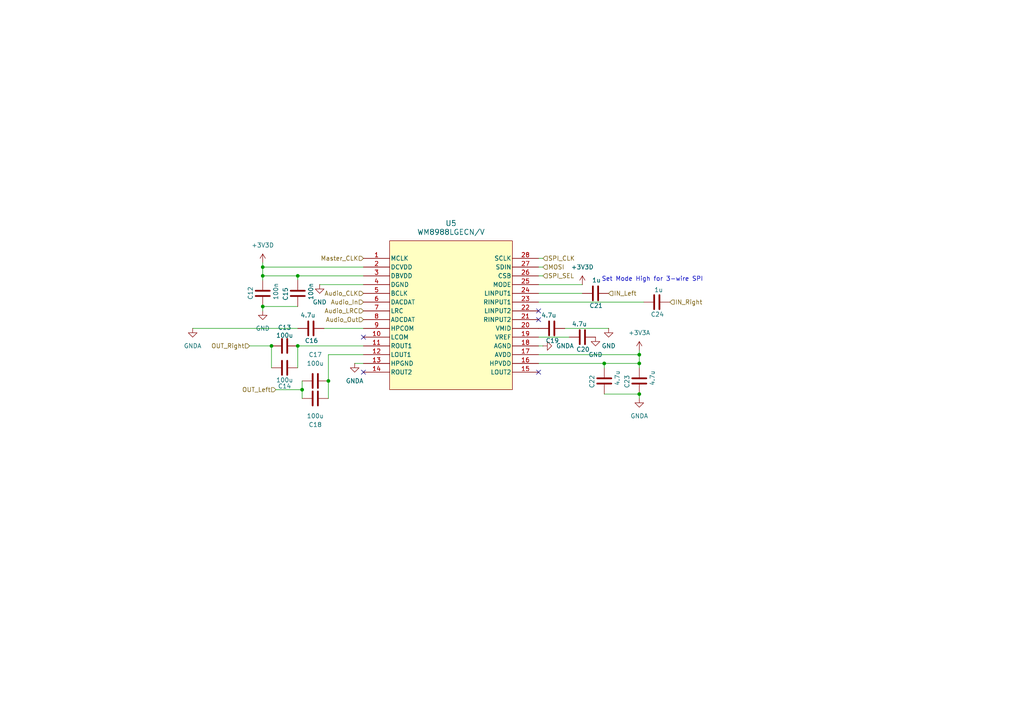
<source format=kicad_sch>
(kicad_sch
	(version 20250114)
	(generator "eeschema")
	(generator_version "9.0")
	(uuid "d62ded1a-0ff6-4c49-ae81-e1f001a26e84")
	(paper "A4")
	(lib_symbols
		(symbol "2025-10-27_07-11-20:WM8988LGECN_V"
			(pin_names
				(offset 0.254)
			)
			(exclude_from_sim no)
			(in_bom yes)
			(on_board yes)
			(property "Reference" "U2"
				(at 25.4 10.16 0)
				(effects
					(font
						(size 1.524 1.524)
					)
				)
			)
			(property "Value" "WM8988LGECN/V"
				(at 25.4 7.62 0)
				(effects
					(font
						(size 1.524 1.524)
					)
				)
			)
			(property "Footprint" "footprints:QFN28_4X4_CIR-M"
				(at 0 0 0)
				(effects
					(font
						(size 1.27 1.27)
						(italic yes)
					)
					(hide yes)
				)
			)
			(property "Datasheet" "WM8988LGECN/V"
				(at 0 0 0)
				(effects
					(font
						(size 1.27 1.27)
						(italic yes)
					)
					(hide yes)
				)
			)
			(property "Description" ""
				(at 0 0 0)
				(effects
					(font
						(size 1.27 1.27)
					)
					(hide yes)
				)
			)
			(property "ki_locked" ""
				(at 0 0 0)
				(effects
					(font
						(size 1.27 1.27)
					)
				)
			)
			(property "ki_keywords" "WM8988LGECN/V"
				(at 0 0 0)
				(effects
					(font
						(size 1.27 1.27)
					)
					(hide yes)
				)
			)
			(property "ki_fp_filters" "QFN28_4X4_CIR QFN28_4X4_CIR-M QFN28_4X4_CIR-L"
				(at 0 0 0)
				(effects
					(font
						(size 1.27 1.27)
					)
					(hide yes)
				)
			)
			(symbol "WM8988LGECN_V_0_1"
				(polyline
					(pts
						(xy 7.62 5.08) (xy 7.62 -38.1)
					)
					(stroke
						(width 0.127)
						(type default)
					)
					(fill
						(type none)
					)
				)
				(polyline
					(pts
						(xy 7.62 -38.1) (xy 43.18 -38.1)
					)
					(stroke
						(width 0.127)
						(type default)
					)
					(fill
						(type none)
					)
				)
				(polyline
					(pts
						(xy 43.18 5.08) (xy 7.62 5.08)
					)
					(stroke
						(width 0.127)
						(type default)
					)
					(fill
						(type none)
					)
				)
				(polyline
					(pts
						(xy 43.18 -38.1) (xy 43.18 5.08)
					)
					(stroke
						(width 0.127)
						(type default)
					)
					(fill
						(type none)
					)
				)
				(pin unspecified line
					(at 0 0 0)
					(length 7.62)
					(name "MCLK"
						(effects
							(font
								(size 1.27 1.27)
							)
						)
					)
					(number "1"
						(effects
							(font
								(size 1.27 1.27)
							)
						)
					)
				)
				(pin power_in line
					(at 0 -2.54 0)
					(length 7.62)
					(name "DCVDD"
						(effects
							(font
								(size 1.27 1.27)
							)
						)
					)
					(number "2"
						(effects
							(font
								(size 1.27 1.27)
							)
						)
					)
				)
				(pin power_in line
					(at 0 -5.08 0)
					(length 7.62)
					(name "DBVDD"
						(effects
							(font
								(size 1.27 1.27)
							)
						)
					)
					(number "3"
						(effects
							(font
								(size 1.27 1.27)
							)
						)
					)
				)
				(pin power_out line
					(at 0 -7.62 0)
					(length 7.62)
					(name "DGND"
						(effects
							(font
								(size 1.27 1.27)
							)
						)
					)
					(number "4"
						(effects
							(font
								(size 1.27 1.27)
							)
						)
					)
				)
				(pin unspecified line
					(at 0 -10.16 0)
					(length 7.62)
					(name "BCLK"
						(effects
							(font
								(size 1.27 1.27)
							)
						)
					)
					(number "5"
						(effects
							(font
								(size 1.27 1.27)
							)
						)
					)
				)
				(pin unspecified line
					(at 0 -12.7 0)
					(length 7.62)
					(name "DACDAT"
						(effects
							(font
								(size 1.27 1.27)
							)
						)
					)
					(number "6"
						(effects
							(font
								(size 1.27 1.27)
							)
						)
					)
				)
				(pin unspecified line
					(at 0 -15.24 0)
					(length 7.62)
					(name "LRC"
						(effects
							(font
								(size 1.27 1.27)
							)
						)
					)
					(number "7"
						(effects
							(font
								(size 1.27 1.27)
							)
						)
					)
				)
				(pin unspecified line
					(at 0 -17.78 0)
					(length 7.62)
					(name "ADCDAT"
						(effects
							(font
								(size 1.27 1.27)
							)
						)
					)
					(number "8"
						(effects
							(font
								(size 1.27 1.27)
							)
						)
					)
				)
				(pin unspecified line
					(at 0 -20.32 0)
					(length 7.62)
					(name "HPCOM"
						(effects
							(font
								(size 1.27 1.27)
							)
						)
					)
					(number "9"
						(effects
							(font
								(size 1.27 1.27)
							)
						)
					)
				)
				(pin unspecified line
					(at 0 -22.86 0)
					(length 7.62)
					(name "LCOM"
						(effects
							(font
								(size 1.27 1.27)
							)
						)
					)
					(number "10"
						(effects
							(font
								(size 1.27 1.27)
							)
						)
					)
				)
				(pin output line
					(at 0 -25.4 0)
					(length 7.62)
					(name "ROUT1"
						(effects
							(font
								(size 1.27 1.27)
							)
						)
					)
					(number "11"
						(effects
							(font
								(size 1.27 1.27)
							)
						)
					)
				)
				(pin output line
					(at 0 -27.94 0)
					(length 7.62)
					(name "LOUT1"
						(effects
							(font
								(size 1.27 1.27)
							)
						)
					)
					(number "12"
						(effects
							(font
								(size 1.27 1.27)
							)
						)
					)
				)
				(pin power_out line
					(at 0 -30.48 0)
					(length 7.62)
					(name "HPGND"
						(effects
							(font
								(size 1.27 1.27)
							)
						)
					)
					(number "13"
						(effects
							(font
								(size 1.27 1.27)
							)
						)
					)
				)
				(pin output line
					(at 0 -33.02 0)
					(length 7.62)
					(name "ROUT2"
						(effects
							(font
								(size 1.27 1.27)
							)
						)
					)
					(number "14"
						(effects
							(font
								(size 1.27 1.27)
							)
						)
					)
				)
				(pin unspecified line
					(at 50.8 0 180)
					(length 7.62)
					(name "SCLK"
						(effects
							(font
								(size 1.27 1.27)
							)
						)
					)
					(number "28"
						(effects
							(font
								(size 1.27 1.27)
							)
						)
					)
				)
				(pin unspecified line
					(at 50.8 -2.54 180)
					(length 7.62)
					(name "SDIN"
						(effects
							(font
								(size 1.27 1.27)
							)
						)
					)
					(number "27"
						(effects
							(font
								(size 1.27 1.27)
							)
						)
					)
				)
				(pin unspecified line
					(at 50.8 -5.08 180)
					(length 7.62)
					(name "CSB"
						(effects
							(font
								(size 1.27 1.27)
							)
						)
					)
					(number "26"
						(effects
							(font
								(size 1.27 1.27)
							)
						)
					)
				)
				(pin unspecified line
					(at 50.8 -7.62 180)
					(length 7.62)
					(name "MODE"
						(effects
							(font
								(size 1.27 1.27)
							)
						)
					)
					(number "25"
						(effects
							(font
								(size 1.27 1.27)
							)
						)
					)
				)
				(pin bidirectional line
					(at 50.8 -10.16 180)
					(length 7.62)
					(name "LINPUT1"
						(effects
							(font
								(size 1.27 1.27)
							)
						)
					)
					(number "24"
						(effects
							(font
								(size 1.27 1.27)
							)
						)
					)
				)
				(pin bidirectional line
					(at 50.8 -12.7 180)
					(length 7.62)
					(name "RINPUT1"
						(effects
							(font
								(size 1.27 1.27)
							)
						)
					)
					(number "23"
						(effects
							(font
								(size 1.27 1.27)
							)
						)
					)
				)
				(pin bidirectional line
					(at 50.8 -15.24 180)
					(length 7.62)
					(name "LINPUT2"
						(effects
							(font
								(size 1.27 1.27)
							)
						)
					)
					(number "22"
						(effects
							(font
								(size 1.27 1.27)
							)
						)
					)
				)
				(pin bidirectional line
					(at 50.8 -17.78 180)
					(length 7.62)
					(name "RINPUT2"
						(effects
							(font
								(size 1.27 1.27)
							)
						)
					)
					(number "21"
						(effects
							(font
								(size 1.27 1.27)
							)
						)
					)
				)
				(pin unspecified line
					(at 50.8 -20.32 180)
					(length 7.62)
					(name "VMID"
						(effects
							(font
								(size 1.27 1.27)
							)
						)
					)
					(number "20"
						(effects
							(font
								(size 1.27 1.27)
							)
						)
					)
				)
				(pin power_in line
					(at 50.8 -22.86 180)
					(length 7.62)
					(name "VREF"
						(effects
							(font
								(size 1.27 1.27)
							)
						)
					)
					(number "19"
						(effects
							(font
								(size 1.27 1.27)
							)
						)
					)
				)
				(pin power_out line
					(at 50.8 -25.4 180)
					(length 7.62)
					(name "AGND"
						(effects
							(font
								(size 1.27 1.27)
							)
						)
					)
					(number "18"
						(effects
							(font
								(size 1.27 1.27)
							)
						)
					)
				)
				(pin power_in line
					(at 50.8 -27.94 180)
					(length 7.62)
					(name "AVDD"
						(effects
							(font
								(size 1.27 1.27)
							)
						)
					)
					(number "17"
						(effects
							(font
								(size 1.27 1.27)
							)
						)
					)
				)
				(pin power_in line
					(at 50.8 -30.48 180)
					(length 7.62)
					(name "HPVDD"
						(effects
							(font
								(size 1.27 1.27)
							)
						)
					)
					(number "16"
						(effects
							(font
								(size 1.27 1.27)
							)
						)
					)
				)
				(pin output line
					(at 50.8 -33.02 180)
					(length 7.62)
					(name "LOUT2"
						(effects
							(font
								(size 1.27 1.27)
							)
						)
					)
					(number "15"
						(effects
							(font
								(size 1.27 1.27)
							)
						)
					)
				)
			)
			(symbol "WM8988LGECN_V_1_1"
				(rectangle
					(start 7.62 5.08)
					(end 43.18 -38.1)
					(stroke
						(width 0)
						(type solid)
					)
					(fill
						(type color)
						(color 255 255 194 1)
					)
				)
			)
			(embedded_fonts no)
		)
		(symbol "Device:C"
			(pin_numbers
				(hide yes)
			)
			(pin_names
				(offset 0.254)
			)
			(exclude_from_sim no)
			(in_bom yes)
			(on_board yes)
			(property "Reference" "C"
				(at 0.635 2.54 0)
				(effects
					(font
						(size 1.27 1.27)
					)
					(justify left)
				)
			)
			(property "Value" "C"
				(at 0.635 -2.54 0)
				(effects
					(font
						(size 1.27 1.27)
					)
					(justify left)
				)
			)
			(property "Footprint" ""
				(at 0.9652 -3.81 0)
				(effects
					(font
						(size 1.27 1.27)
					)
					(hide yes)
				)
			)
			(property "Datasheet" "~"
				(at 0 0 0)
				(effects
					(font
						(size 1.27 1.27)
					)
					(hide yes)
				)
			)
			(property "Description" "Unpolarized capacitor"
				(at 0 0 0)
				(effects
					(font
						(size 1.27 1.27)
					)
					(hide yes)
				)
			)
			(property "ki_keywords" "cap capacitor"
				(at 0 0 0)
				(effects
					(font
						(size 1.27 1.27)
					)
					(hide yes)
				)
			)
			(property "ki_fp_filters" "C_*"
				(at 0 0 0)
				(effects
					(font
						(size 1.27 1.27)
					)
					(hide yes)
				)
			)
			(symbol "C_0_1"
				(polyline
					(pts
						(xy -2.032 0.762) (xy 2.032 0.762)
					)
					(stroke
						(width 0.508)
						(type default)
					)
					(fill
						(type none)
					)
				)
				(polyline
					(pts
						(xy -2.032 -0.762) (xy 2.032 -0.762)
					)
					(stroke
						(width 0.508)
						(type default)
					)
					(fill
						(type none)
					)
				)
			)
			(symbol "C_1_1"
				(pin passive line
					(at 0 3.81 270)
					(length 2.794)
					(name "~"
						(effects
							(font
								(size 1.27 1.27)
							)
						)
					)
					(number "1"
						(effects
							(font
								(size 1.27 1.27)
							)
						)
					)
				)
				(pin passive line
					(at 0 -3.81 90)
					(length 2.794)
					(name "~"
						(effects
							(font
								(size 1.27 1.27)
							)
						)
					)
					(number "2"
						(effects
							(font
								(size 1.27 1.27)
							)
						)
					)
				)
			)
			(embedded_fonts no)
		)
		(symbol "power:+3V3"
			(power)
			(pin_numbers
				(hide yes)
			)
			(pin_names
				(offset 0)
				(hide yes)
			)
			(exclude_from_sim no)
			(in_bom yes)
			(on_board yes)
			(property "Reference" "#PWR"
				(at 0 -3.81 0)
				(effects
					(font
						(size 1.27 1.27)
					)
					(hide yes)
				)
			)
			(property "Value" "+3V3"
				(at 0 3.556 0)
				(effects
					(font
						(size 1.27 1.27)
					)
				)
			)
			(property "Footprint" ""
				(at 0 0 0)
				(effects
					(font
						(size 1.27 1.27)
					)
					(hide yes)
				)
			)
			(property "Datasheet" ""
				(at 0 0 0)
				(effects
					(font
						(size 1.27 1.27)
					)
					(hide yes)
				)
			)
			(property "Description" "Power symbol creates a global label with name \"+3V3\""
				(at 0 0 0)
				(effects
					(font
						(size 1.27 1.27)
					)
					(hide yes)
				)
			)
			(property "ki_keywords" "global power"
				(at 0 0 0)
				(effects
					(font
						(size 1.27 1.27)
					)
					(hide yes)
				)
			)
			(symbol "+3V3_0_1"
				(polyline
					(pts
						(xy -0.762 1.27) (xy 0 2.54)
					)
					(stroke
						(width 0)
						(type default)
					)
					(fill
						(type none)
					)
				)
				(polyline
					(pts
						(xy 0 2.54) (xy 0.762 1.27)
					)
					(stroke
						(width 0)
						(type default)
					)
					(fill
						(type none)
					)
				)
				(polyline
					(pts
						(xy 0 0) (xy 0 2.54)
					)
					(stroke
						(width 0)
						(type default)
					)
					(fill
						(type none)
					)
				)
			)
			(symbol "+3V3_1_1"
				(pin power_in line
					(at 0 0 90)
					(length 0)
					(name "~"
						(effects
							(font
								(size 1.27 1.27)
							)
						)
					)
					(number "1"
						(effects
							(font
								(size 1.27 1.27)
							)
						)
					)
				)
			)
			(embedded_fonts no)
		)
		(symbol "power:GND"
			(power)
			(pin_numbers
				(hide yes)
			)
			(pin_names
				(offset 0)
				(hide yes)
			)
			(exclude_from_sim no)
			(in_bom yes)
			(on_board yes)
			(property "Reference" "#PWR"
				(at 0 -6.35 0)
				(effects
					(font
						(size 1.27 1.27)
					)
					(hide yes)
				)
			)
			(property "Value" "GND"
				(at 0 -3.81 0)
				(effects
					(font
						(size 1.27 1.27)
					)
				)
			)
			(property "Footprint" ""
				(at 0 0 0)
				(effects
					(font
						(size 1.27 1.27)
					)
					(hide yes)
				)
			)
			(property "Datasheet" ""
				(at 0 0 0)
				(effects
					(font
						(size 1.27 1.27)
					)
					(hide yes)
				)
			)
			(property "Description" "Power symbol creates a global label with name \"GND\" , ground"
				(at 0 0 0)
				(effects
					(font
						(size 1.27 1.27)
					)
					(hide yes)
				)
			)
			(property "ki_keywords" "global power"
				(at 0 0 0)
				(effects
					(font
						(size 1.27 1.27)
					)
					(hide yes)
				)
			)
			(symbol "GND_0_1"
				(polyline
					(pts
						(xy 0 0) (xy 0 -1.27) (xy 1.27 -1.27) (xy 0 -2.54) (xy -1.27 -1.27) (xy 0 -1.27)
					)
					(stroke
						(width 0)
						(type default)
					)
					(fill
						(type none)
					)
				)
			)
			(symbol "GND_1_1"
				(pin power_in line
					(at 0 0 270)
					(length 0)
					(name "~"
						(effects
							(font
								(size 1.27 1.27)
							)
						)
					)
					(number "1"
						(effects
							(font
								(size 1.27 1.27)
							)
						)
					)
				)
			)
			(embedded_fonts no)
		)
		(symbol "power:GNDA"
			(power)
			(pin_numbers
				(hide yes)
			)
			(pin_names
				(offset 0)
				(hide yes)
			)
			(exclude_from_sim no)
			(in_bom yes)
			(on_board yes)
			(property "Reference" "#PWR"
				(at 0 -6.35 0)
				(effects
					(font
						(size 1.27 1.27)
					)
					(hide yes)
				)
			)
			(property "Value" "GNDA"
				(at 0 -3.81 0)
				(effects
					(font
						(size 1.27 1.27)
					)
				)
			)
			(property "Footprint" ""
				(at 0 0 0)
				(effects
					(font
						(size 1.27 1.27)
					)
					(hide yes)
				)
			)
			(property "Datasheet" ""
				(at 0 0 0)
				(effects
					(font
						(size 1.27 1.27)
					)
					(hide yes)
				)
			)
			(property "Description" "Power symbol creates a global label with name \"GNDA\" , analog ground"
				(at 0 0 0)
				(effects
					(font
						(size 1.27 1.27)
					)
					(hide yes)
				)
			)
			(property "ki_keywords" "global power"
				(at 0 0 0)
				(effects
					(font
						(size 1.27 1.27)
					)
					(hide yes)
				)
			)
			(symbol "GNDA_0_1"
				(polyline
					(pts
						(xy 0 0) (xy 0 -1.27) (xy 1.27 -1.27) (xy 0 -2.54) (xy -1.27 -1.27) (xy 0 -1.27)
					)
					(stroke
						(width 0)
						(type default)
					)
					(fill
						(type none)
					)
				)
			)
			(symbol "GNDA_1_1"
				(pin power_in line
					(at 0 0 270)
					(length 0)
					(name "~"
						(effects
							(font
								(size 1.27 1.27)
							)
						)
					)
					(number "1"
						(effects
							(font
								(size 1.27 1.27)
							)
						)
					)
				)
			)
			(embedded_fonts no)
		)
	)
	(text "Set Mode High for 3-wire SPI"
		(exclude_from_sim no)
		(at 189.23 81.026 0)
		(effects
			(font
				(size 1.27 1.27)
			)
		)
		(uuid "fefe6260-5e9a-4227-ad60-723de37b0af1")
	)
	(junction
		(at 86.36 100.33)
		(diameter 0)
		(color 0 0 0 0)
		(uuid "1ebd54c8-23b9-40b6-afd1-a6dca8337bf8")
	)
	(junction
		(at 95.25 110.49)
		(diameter 0)
		(color 0 0 0 0)
		(uuid "453ed8ee-a3ca-46db-b411-cf5f08a37822")
	)
	(junction
		(at 185.42 102.87)
		(diameter 0)
		(color 0 0 0 0)
		(uuid "46ee5857-f60f-4202-8ce2-4a61aa956c8c")
	)
	(junction
		(at 76.2 77.47)
		(diameter 0)
		(color 0 0 0 0)
		(uuid "4e7325f7-bbe5-44c9-aba7-83765853d323")
	)
	(junction
		(at 86.36 80.01)
		(diameter 0)
		(color 0 0 0 0)
		(uuid "59828233-6ba5-4028-b1b0-23d726d0cfb5")
	)
	(junction
		(at 78.74 100.33)
		(diameter 0)
		(color 0 0 0 0)
		(uuid "6b2ec25c-0ae8-428d-8121-c61f4b8df0b0")
	)
	(junction
		(at 175.26 105.41)
		(diameter 0)
		(color 0 0 0 0)
		(uuid "771727ea-84a0-4f7c-9141-da99e27134f0")
	)
	(junction
		(at 185.42 105.41)
		(diameter 0)
		(color 0 0 0 0)
		(uuid "80c828da-65d4-4a4b-998e-eb3cb1c7f778")
	)
	(junction
		(at 76.2 80.01)
		(diameter 0)
		(color 0 0 0 0)
		(uuid "83730a62-792c-408a-ac04-ef11c3761f49")
	)
	(junction
		(at 185.42 114.3)
		(diameter 0)
		(color 0 0 0 0)
		(uuid "96a14d86-5122-4029-b645-8c5042885353")
	)
	(junction
		(at 76.2 88.9)
		(diameter 0)
		(color 0 0 0 0)
		(uuid "edfb9a47-4315-4bb6-a0d3-10d5acf8712c")
	)
	(junction
		(at 87.63 113.03)
		(diameter 0)
		(color 0 0 0 0)
		(uuid "f8b3eba3-bc82-4860-8755-a620e7138ee6")
	)
	(no_connect
		(at 156.21 90.17)
		(uuid "0f9c554a-c551-4e14-8318-5b4bc26b5bbe")
	)
	(no_connect
		(at 105.41 97.79)
		(uuid "5069f2a9-dba0-48f9-a36c-97a87db600ad")
	)
	(no_connect
		(at 156.21 92.71)
		(uuid "7b2d937d-80dd-4c9f-a838-3e96e503a6c3")
	)
	(no_connect
		(at 156.21 107.95)
		(uuid "94e9a23f-63ff-47fa-928a-32c4b1639849")
	)
	(no_connect
		(at 105.41 107.95)
		(uuid "bfa60da7-9a48-4f76-a9a6-75b21787cacc")
	)
	(wire
		(pts
			(xy 185.42 102.87) (xy 156.21 102.87)
		)
		(stroke
			(width 0)
			(type default)
		)
		(uuid "003d0f42-353d-4584-a082-3d23e30f127c")
	)
	(wire
		(pts
			(xy 157.48 77.47) (xy 156.21 77.47)
		)
		(stroke
			(width 0)
			(type default)
		)
		(uuid "06cdab71-5653-4316-8596-a7dea460bfad")
	)
	(wire
		(pts
			(xy 87.63 110.49) (xy 87.63 113.03)
		)
		(stroke
			(width 0)
			(type default)
		)
		(uuid "079b7fbf-6d70-4f8e-9e47-607f12534c2b")
	)
	(wire
		(pts
			(xy 175.26 105.41) (xy 156.21 105.41)
		)
		(stroke
			(width 0)
			(type default)
		)
		(uuid "084b62ae-3125-4bb9-8b55-299db6c59844")
	)
	(wire
		(pts
			(xy 76.2 77.47) (xy 105.41 77.47)
		)
		(stroke
			(width 0)
			(type default)
		)
		(uuid "0f3f72b1-d562-45c7-bf53-f3260c13c7d4")
	)
	(wire
		(pts
			(xy 80.01 113.03) (xy 87.63 113.03)
		)
		(stroke
			(width 0)
			(type default)
		)
		(uuid "10dd14c2-84f4-499d-8f4a-3e21db563872")
	)
	(wire
		(pts
			(xy 102.87 105.41) (xy 105.41 105.41)
		)
		(stroke
			(width 0)
			(type default)
		)
		(uuid "16b1cf5d-8342-4f09-8db7-1e273783b91a")
	)
	(wire
		(pts
			(xy 175.26 106.68) (xy 175.26 105.41)
		)
		(stroke
			(width 0)
			(type default)
		)
		(uuid "1dc20e14-bdb1-4bac-89e5-d84a307243b6")
	)
	(wire
		(pts
			(xy 76.2 90.17) (xy 76.2 88.9)
		)
		(stroke
			(width 0)
			(type default)
		)
		(uuid "2ed3bdc1-8876-4373-91a8-ace16376d0be")
	)
	(wire
		(pts
			(xy 156.21 82.55) (xy 168.91 82.55)
		)
		(stroke
			(width 0)
			(type default)
		)
		(uuid "43d9ae33-e61d-4421-85e2-9f52bbea4c38")
	)
	(wire
		(pts
			(xy 86.36 100.33) (xy 105.41 100.33)
		)
		(stroke
			(width 0)
			(type default)
		)
		(uuid "51e45efa-852c-4c27-a9a2-5a09be823c10")
	)
	(wire
		(pts
			(xy 86.36 80.01) (xy 105.41 80.01)
		)
		(stroke
			(width 0)
			(type default)
		)
		(uuid "53b0f70d-371a-418b-9119-c8d9e31083e1")
	)
	(wire
		(pts
			(xy 95.25 102.87) (xy 105.41 102.87)
		)
		(stroke
			(width 0)
			(type default)
		)
		(uuid "5a63c9f5-eab9-4d6e-9f5f-9144a4da31cc")
	)
	(wire
		(pts
			(xy 176.53 95.25) (xy 163.83 95.25)
		)
		(stroke
			(width 0)
			(type default)
		)
		(uuid "5bf1de11-b8a3-451e-b62c-6352e6d4daad")
	)
	(wire
		(pts
			(xy 185.42 105.41) (xy 185.42 102.87)
		)
		(stroke
			(width 0)
			(type default)
		)
		(uuid "602f4a84-22c8-4ac3-9304-9d37e83826ec")
	)
	(wire
		(pts
			(xy 76.2 76.2) (xy 76.2 77.47)
		)
		(stroke
			(width 0)
			(type default)
		)
		(uuid "612aefbf-1ba5-4ec7-95c7-84b9a01bb07c")
	)
	(wire
		(pts
			(xy 93.98 95.25) (xy 105.41 95.25)
		)
		(stroke
			(width 0)
			(type default)
		)
		(uuid "6c2e2d45-c878-4293-a9cf-5d789f1829ab")
	)
	(wire
		(pts
			(xy 76.2 80.01) (xy 86.36 80.01)
		)
		(stroke
			(width 0)
			(type default)
		)
		(uuid "789599b3-5698-4c55-9ba6-412f262f5c25")
	)
	(wire
		(pts
			(xy 185.42 115.57) (xy 185.42 114.3)
		)
		(stroke
			(width 0)
			(type default)
		)
		(uuid "94278cd0-a001-4df4-8a6d-6b068f0b5036")
	)
	(wire
		(pts
			(xy 55.88 95.25) (xy 86.36 95.25)
		)
		(stroke
			(width 0)
			(type default)
		)
		(uuid "9abcf108-e475-4432-8f9b-16a16a9284a4")
	)
	(wire
		(pts
			(xy 87.63 113.03) (xy 87.63 115.57)
		)
		(stroke
			(width 0)
			(type default)
		)
		(uuid "9c468027-983b-4c2a-99b4-b42f28849fff")
	)
	(wire
		(pts
			(xy 156.21 87.63) (xy 186.69 87.63)
		)
		(stroke
			(width 0)
			(type default)
		)
		(uuid "a382c720-b342-419b-a841-effaa01b1e62")
	)
	(wire
		(pts
			(xy 156.21 85.09) (xy 168.91 85.09)
		)
		(stroke
			(width 0)
			(type default)
		)
		(uuid "a3ac9cc6-d8c0-4b84-8694-8fd25ebb3018")
	)
	(wire
		(pts
			(xy 185.42 105.41) (xy 175.26 105.41)
		)
		(stroke
			(width 0)
			(type default)
		)
		(uuid "a5188b60-62fb-4c9b-9633-1a533c79b78d")
	)
	(wire
		(pts
			(xy 72.39 100.33) (xy 78.74 100.33)
		)
		(stroke
			(width 0)
			(type default)
		)
		(uuid "a8b83694-ffb0-4d7d-af44-c27f5eaf0c85")
	)
	(wire
		(pts
			(xy 86.36 100.33) (xy 86.36 106.68)
		)
		(stroke
			(width 0)
			(type default)
		)
		(uuid "a8ced80b-6717-4fc8-a210-98a5eebe896d")
	)
	(wire
		(pts
			(xy 95.25 102.87) (xy 95.25 110.49)
		)
		(stroke
			(width 0)
			(type default)
		)
		(uuid "af5a98f2-08c1-462e-97ad-212051d10dc7")
	)
	(wire
		(pts
			(xy 156.21 97.79) (xy 165.1 97.79)
		)
		(stroke
			(width 0)
			(type default)
		)
		(uuid "b010fd2b-1b33-423f-a2ae-c91adff28488")
	)
	(wire
		(pts
			(xy 95.25 110.49) (xy 95.25 115.57)
		)
		(stroke
			(width 0)
			(type default)
		)
		(uuid "b2c674ad-f6ce-465f-a860-d68d63804c7f")
	)
	(wire
		(pts
			(xy 185.42 101.6) (xy 185.42 102.87)
		)
		(stroke
			(width 0)
			(type default)
		)
		(uuid "b8d087ab-f3e6-44b6-a3c6-cb6343212cf3")
	)
	(wire
		(pts
			(xy 76.2 81.28) (xy 76.2 80.01)
		)
		(stroke
			(width 0)
			(type default)
		)
		(uuid "c1a21a8f-9b86-4c7c-810d-cf699bb52b6d")
	)
	(wire
		(pts
			(xy 76.2 80.01) (xy 76.2 77.47)
		)
		(stroke
			(width 0)
			(type default)
		)
		(uuid "c2de927c-826b-4c61-bc63-08fa42b83724")
	)
	(wire
		(pts
			(xy 78.74 100.33) (xy 78.74 106.68)
		)
		(stroke
			(width 0)
			(type default)
		)
		(uuid "c5ed5816-0e47-472d-a01d-ece4531a9d8a")
	)
	(wire
		(pts
			(xy 185.42 114.3) (xy 175.26 114.3)
		)
		(stroke
			(width 0)
			(type default)
		)
		(uuid "c62a3dcc-a5fe-4d7b-95cc-4e8bc3892cc5")
	)
	(wire
		(pts
			(xy 157.48 100.33) (xy 156.21 100.33)
		)
		(stroke
			(width 0)
			(type default)
		)
		(uuid "c8797b83-b3e4-4e37-a206-94fa6d0ddcb4")
	)
	(wire
		(pts
			(xy 185.42 106.68) (xy 185.42 105.41)
		)
		(stroke
			(width 0)
			(type default)
		)
		(uuid "c890706c-3750-4001-8f8f-d1ee70aba3c0")
	)
	(wire
		(pts
			(xy 92.71 82.55) (xy 105.41 82.55)
		)
		(stroke
			(width 0)
			(type default)
		)
		(uuid "d8fa8bcf-9e47-4009-95c1-e0e3e32ecfcc")
	)
	(wire
		(pts
			(xy 157.48 74.93) (xy 156.21 74.93)
		)
		(stroke
			(width 0)
			(type default)
		)
		(uuid "e14a588f-cd0d-4d68-9013-d6b6752c1d11")
	)
	(wire
		(pts
			(xy 157.48 80.01) (xy 156.21 80.01)
		)
		(stroke
			(width 0)
			(type default)
		)
		(uuid "e35368fe-17d9-474c-8cfe-6a7616866c96")
	)
	(wire
		(pts
			(xy 76.2 88.9) (xy 86.36 88.9)
		)
		(stroke
			(width 0)
			(type default)
		)
		(uuid "e99429f2-3738-4fbb-90c7-51bae0909901")
	)
	(wire
		(pts
			(xy 86.36 81.28) (xy 86.36 80.01)
		)
		(stroke
			(width 0)
			(type default)
		)
		(uuid "fd766d82-a87f-4261-88cf-11cb2d8c4d46")
	)
	(hierarchical_label "Audio_LRC"
		(shape input)
		(at 105.41 90.17 180)
		(effects
			(font
				(size 1.27 1.27)
			)
			(justify right)
		)
		(uuid "0786e5dd-4387-4169-923f-933933edd5e7")
	)
	(hierarchical_label "IN_Left"
		(shape input)
		(at 176.53 85.09 0)
		(effects
			(font
				(size 1.27 1.27)
			)
			(justify left)
		)
		(uuid "15970292-a9af-4564-b76a-e81c84a2c487")
	)
	(hierarchical_label "OUT_Right"
		(shape input)
		(at 72.39 100.33 180)
		(effects
			(font
				(size 1.27 1.27)
			)
			(justify right)
		)
		(uuid "1b6a11d0-0a70-4d8b-8786-c9c96d0475a2")
	)
	(hierarchical_label "Audio_In"
		(shape input)
		(at 105.41 87.63 180)
		(effects
			(font
				(size 1.27 1.27)
			)
			(justify right)
		)
		(uuid "20195cb2-c5c2-4cf1-878d-8a2e96fbd315")
	)
	(hierarchical_label "Master_CLK"
		(shape input)
		(at 105.41 74.93 180)
		(effects
			(font
				(size 1.27 1.27)
			)
			(justify right)
		)
		(uuid "2325c276-6689-426a-898c-0fec4c8561c6")
	)
	(hierarchical_label "SPI_SEL"
		(shape input)
		(at 157.48 80.01 0)
		(effects
			(font
				(size 1.27 1.27)
			)
			(justify left)
		)
		(uuid "3cb4f963-6719-428f-b4e0-5cd09368dc3a")
	)
	(hierarchical_label "Audio_Out"
		(shape input)
		(at 105.41 92.71 180)
		(effects
			(font
				(size 1.27 1.27)
			)
			(justify right)
		)
		(uuid "44fa4d54-4c68-43b3-80a4-75af64dfb955")
	)
	(hierarchical_label "SPI_CLK"
		(shape input)
		(at 157.48 74.93 0)
		(effects
			(font
				(size 1.27 1.27)
			)
			(justify left)
		)
		(uuid "4ac39fc9-9349-4080-9606-033396ef9376")
	)
	(hierarchical_label "IN_Right"
		(shape input)
		(at 194.31 87.63 0)
		(effects
			(font
				(size 1.27 1.27)
			)
			(justify left)
		)
		(uuid "4f367df7-4c60-4a32-bc26-f468a408fb59")
	)
	(hierarchical_label "OUT_Left"
		(shape input)
		(at 80.01 113.03 180)
		(effects
			(font
				(size 1.27 1.27)
			)
			(justify right)
		)
		(uuid "5b8ebd3e-07d1-45a7-92a6-96ca797e0847")
	)
	(hierarchical_label "Audio_CLK"
		(shape input)
		(at 105.41 85.09 180)
		(effects
			(font
				(size 1.27 1.27)
			)
			(justify right)
		)
		(uuid "9779bc61-f87c-4ea3-a8fe-421b2fcecbc8")
	)
	(hierarchical_label "MOSI"
		(shape input)
		(at 157.48 77.47 0)
		(effects
			(font
				(size 1.27 1.27)
			)
			(justify left)
		)
		(uuid "c6ae6921-fb8e-4d24-832b-00d6ca53e91f")
	)
	(symbol
		(lib_id "Device:C")
		(at 160.02 95.25 270)
		(unit 1)
		(exclude_from_sim no)
		(in_bom yes)
		(on_board yes)
		(dnp no)
		(uuid "02daf414-3bda-4d67-a15f-8bcf2d2e67b3")
		(property "Reference" "C19"
			(at 158.242 98.806 90)
			(effects
				(font
					(size 1.27 1.27)
				)
				(justify left)
			)
		)
		(property "Value" "4.7u"
			(at 156.972 91.44 90)
			(effects
				(font
					(size 1.27 1.27)
				)
				(justify left)
			)
		)
		(property "Footprint" "Capacitor_SMD:C_0402_1005Metric"
			(at 156.21 96.2152 0)
			(effects
				(font
					(size 1.27 1.27)
				)
				(hide yes)
			)
		)
		(property "Datasheet" "~"
			(at 160.02 95.25 0)
			(effects
				(font
					(size 1.27 1.27)
				)
				(hide yes)
			)
		)
		(property "Description" "Unpolarized capacitor"
			(at 160.02 95.25 0)
			(effects
				(font
					(size 1.27 1.27)
				)
				(hide yes)
			)
		)
		(property "LCSC" "C23733"
			(at 160.02 95.25 90)
			(effects
				(font
					(size 1.27 1.27)
				)
				(hide yes)
			)
		)
		(pin "1"
			(uuid "c82dc2ab-d9bd-4635-b22b-23d699b7f107")
		)
		(pin "2"
			(uuid "364737fe-2a4d-4576-8f79-36a21c54c6e9")
		)
		(instances
			(project "head_amp"
				(path "/0014c904-68b6-48b8-8ea7-8965ecf006e4/6df245d6-f85a-43d4-97d7-c3cf8e7ca60c"
					(reference "C19")
					(unit 1)
				)
				(path "/0014c904-68b6-48b8-8ea7-8965ecf006e4/8fbf9d53-9f77-45a0-892f-38fc11a28623"
					(reference "C32")
					(unit 1)
				)
			)
		)
	)
	(symbol
		(lib_id "Device:C")
		(at 82.55 100.33 90)
		(unit 1)
		(exclude_from_sim no)
		(in_bom yes)
		(on_board yes)
		(dnp no)
		(uuid "061fde80-4f1e-42b2-a036-a14f8119cf68")
		(property "Reference" "C13"
			(at 82.55 94.996 90)
			(effects
				(font
					(size 1.27 1.27)
				)
			)
		)
		(property "Value" "100u"
			(at 82.55 97.282 90)
			(effects
				(font
					(size 1.27 1.27)
				)
			)
		)
		(property "Footprint" "Capacitor_SMD:C_1206_3216Metric"
			(at 86.36 99.3648 0)
			(effects
				(font
					(size 1.27 1.27)
				)
				(hide yes)
			)
		)
		(property "Datasheet" "~"
			(at 82.55 100.33 0)
			(effects
				(font
					(size 1.27 1.27)
				)
				(hide yes)
			)
		)
		(property "Description" "Unpolarized capacitor"
			(at 82.55 100.33 0)
			(effects
				(font
					(size 1.27 1.27)
				)
				(hide yes)
			)
		)
		(property "LCSC" "C15008"
			(at 82.55 100.33 90)
			(effects
				(font
					(size 1.27 1.27)
				)
				(hide yes)
			)
		)
		(pin "1"
			(uuid "854afd54-7658-4440-b624-6a1e267b287c")
		)
		(pin "2"
			(uuid "f4e99efe-fc73-4457-9a9b-42bf9658bb65")
		)
		(instances
			(project "head_amp"
				(path "/0014c904-68b6-48b8-8ea7-8965ecf006e4/6df245d6-f85a-43d4-97d7-c3cf8e7ca60c"
					(reference "C13")
					(unit 1)
				)
				(path "/0014c904-68b6-48b8-8ea7-8965ecf006e4/8fbf9d53-9f77-45a0-892f-38fc11a28623"
					(reference "C26")
					(unit 1)
				)
			)
		)
	)
	(symbol
		(lib_id "power:GNDA")
		(at 102.87 105.41 0)
		(unit 1)
		(exclude_from_sim no)
		(in_bom yes)
		(on_board yes)
		(dnp no)
		(fields_autoplaced yes)
		(uuid "1b8f8f6f-a056-4e7f-9934-042d25b8e565")
		(property "Reference" "#PWR038"
			(at 102.87 111.76 0)
			(effects
				(font
					(size 1.27 1.27)
				)
				(hide yes)
			)
		)
		(property "Value" "GNDA"
			(at 102.87 110.49 0)
			(effects
				(font
					(size 1.27 1.27)
				)
			)
		)
		(property "Footprint" ""
			(at 102.87 105.41 0)
			(effects
				(font
					(size 1.27 1.27)
				)
				(hide yes)
			)
		)
		(property "Datasheet" ""
			(at 102.87 105.41 0)
			(effects
				(font
					(size 1.27 1.27)
				)
				(hide yes)
			)
		)
		(property "Description" "Power symbol creates a global label with name \"GNDA\" , analog ground"
			(at 102.87 105.41 0)
			(effects
				(font
					(size 1.27 1.27)
				)
				(hide yes)
			)
		)
		(pin "1"
			(uuid "1b9df5c7-bb32-4179-8f73-547f909e1cb6")
		)
		(instances
			(project "head_amp"
				(path "/0014c904-68b6-48b8-8ea7-8965ecf006e4/6df245d6-f85a-43d4-97d7-c3cf8e7ca60c"
					(reference "#PWR038")
					(unit 1)
				)
				(path "/0014c904-68b6-48b8-8ea7-8965ecf006e4/8fbf9d53-9f77-45a0-892f-38fc11a28623"
					(reference "#PWR049")
					(unit 1)
				)
			)
		)
	)
	(symbol
		(lib_id "power:GNDA")
		(at 157.48 100.33 90)
		(unit 1)
		(exclude_from_sim no)
		(in_bom yes)
		(on_board yes)
		(dnp no)
		(fields_autoplaced yes)
		(uuid "2471206b-ec28-40e4-8485-8b330608fea0")
		(property "Reference" "#PWR039"
			(at 163.83 100.33 0)
			(effects
				(font
					(size 1.27 1.27)
				)
				(hide yes)
			)
		)
		(property "Value" "GNDA"
			(at 161.29 100.3299 90)
			(effects
				(font
					(size 1.27 1.27)
				)
				(justify right)
			)
		)
		(property "Footprint" ""
			(at 157.48 100.33 0)
			(effects
				(font
					(size 1.27 1.27)
				)
				(hide yes)
			)
		)
		(property "Datasheet" ""
			(at 157.48 100.33 0)
			(effects
				(font
					(size 1.27 1.27)
				)
				(hide yes)
			)
		)
		(property "Description" "Power symbol creates a global label with name \"GNDA\" , analog ground"
			(at 157.48 100.33 0)
			(effects
				(font
					(size 1.27 1.27)
				)
				(hide yes)
			)
		)
		(pin "1"
			(uuid "5f842354-d88e-4a8a-8d62-e270b660d229")
		)
		(instances
			(project "head_amp"
				(path "/0014c904-68b6-48b8-8ea7-8965ecf006e4/6df245d6-f85a-43d4-97d7-c3cf8e7ca60c"
					(reference "#PWR039")
					(unit 1)
				)
				(path "/0014c904-68b6-48b8-8ea7-8965ecf006e4/8fbf9d53-9f77-45a0-892f-38fc11a28623"
					(reference "#PWR050")
					(unit 1)
				)
			)
		)
	)
	(symbol
		(lib_id "Device:C")
		(at 90.17 95.25 270)
		(unit 1)
		(exclude_from_sim no)
		(in_bom yes)
		(on_board yes)
		(dnp no)
		(uuid "278acc81-e01a-4f9f-b93e-ff5f3d44cfff")
		(property "Reference" "C16"
			(at 88.392 98.806 90)
			(effects
				(font
					(size 1.27 1.27)
				)
				(justify left)
			)
		)
		(property "Value" "4.7u"
			(at 87.122 91.44 90)
			(effects
				(font
					(size 1.27 1.27)
				)
				(justify left)
			)
		)
		(property "Footprint" "Capacitor_SMD:C_0402_1005Metric"
			(at 86.36 96.2152 0)
			(effects
				(font
					(size 1.27 1.27)
				)
				(hide yes)
			)
		)
		(property "Datasheet" "~"
			(at 90.17 95.25 0)
			(effects
				(font
					(size 1.27 1.27)
				)
				(hide yes)
			)
		)
		(property "Description" "Unpolarized capacitor"
			(at 90.17 95.25 0)
			(effects
				(font
					(size 1.27 1.27)
				)
				(hide yes)
			)
		)
		(property "LCSC" "C23733"
			(at 90.17 95.25 90)
			(effects
				(font
					(size 1.27 1.27)
				)
				(hide yes)
			)
		)
		(pin "1"
			(uuid "2530ed3f-ca99-4aae-83bc-693d998e5f99")
		)
		(pin "2"
			(uuid "0f59ae9e-b3b7-41d4-b956-342eb13499e2")
		)
		(instances
			(project "head_amp"
				(path "/0014c904-68b6-48b8-8ea7-8965ecf006e4/6df245d6-f85a-43d4-97d7-c3cf8e7ca60c"
					(reference "C16")
					(unit 1)
				)
				(path "/0014c904-68b6-48b8-8ea7-8965ecf006e4/8fbf9d53-9f77-45a0-892f-38fc11a28623"
					(reference "C29")
					(unit 1)
				)
			)
		)
	)
	(symbol
		(lib_id "Device:C")
		(at 185.42 110.49 180)
		(unit 1)
		(exclude_from_sim no)
		(in_bom yes)
		(on_board yes)
		(dnp no)
		(uuid "3ea4587d-a1cf-4f3c-9206-5565453f4428")
		(property "Reference" "C23"
			(at 181.864 108.712 90)
			(effects
				(font
					(size 1.27 1.27)
				)
				(justify left)
			)
		)
		(property "Value" "4.7u"
			(at 189.23 107.442 90)
			(effects
				(font
					(size 1.27 1.27)
				)
				(justify left)
			)
		)
		(property "Footprint" "Capacitor_SMD:C_0402_1005Metric"
			(at 184.4548 106.68 0)
			(effects
				(font
					(size 1.27 1.27)
				)
				(hide yes)
			)
		)
		(property "Datasheet" "~"
			(at 185.42 110.49 0)
			(effects
				(font
					(size 1.27 1.27)
				)
				(hide yes)
			)
		)
		(property "Description" "Unpolarized capacitor"
			(at 185.42 110.49 0)
			(effects
				(font
					(size 1.27 1.27)
				)
				(hide yes)
			)
		)
		(property "LCSC" "C23733"
			(at 185.42 110.49 90)
			(effects
				(font
					(size 1.27 1.27)
				)
				(hide yes)
			)
		)
		(pin "1"
			(uuid "01113b53-c48f-49e3-b4dc-1fe6b43512c5")
		)
		(pin "2"
			(uuid "8d976890-0701-4437-86c2-8b20e8ab2ead")
		)
		(instances
			(project "head_amp"
				(path "/0014c904-68b6-48b8-8ea7-8965ecf006e4/6df245d6-f85a-43d4-97d7-c3cf8e7ca60c"
					(reference "C23")
					(unit 1)
				)
				(path "/0014c904-68b6-48b8-8ea7-8965ecf006e4/8fbf9d53-9f77-45a0-892f-38fc11a28623"
					(reference "C36")
					(unit 1)
				)
			)
		)
	)
	(symbol
		(lib_id "Device:C")
		(at 175.26 110.49 180)
		(unit 1)
		(exclude_from_sim no)
		(in_bom yes)
		(on_board yes)
		(dnp no)
		(uuid "3f2f4bc3-ca2c-4da4-9a43-137b5c0db267")
		(property "Reference" "C22"
			(at 171.704 108.712 90)
			(effects
				(font
					(size 1.27 1.27)
				)
				(justify left)
			)
		)
		(property "Value" "4.7u"
			(at 179.07 107.442 90)
			(effects
				(font
					(size 1.27 1.27)
				)
				(justify left)
			)
		)
		(property "Footprint" "Capacitor_SMD:C_0402_1005Metric"
			(at 174.2948 106.68 0)
			(effects
				(font
					(size 1.27 1.27)
				)
				(hide yes)
			)
		)
		(property "Datasheet" "~"
			(at 175.26 110.49 0)
			(effects
				(font
					(size 1.27 1.27)
				)
				(hide yes)
			)
		)
		(property "Description" "Unpolarized capacitor"
			(at 175.26 110.49 0)
			(effects
				(font
					(size 1.27 1.27)
				)
				(hide yes)
			)
		)
		(property "LCSC" "C23733"
			(at 175.26 110.49 90)
			(effects
				(font
					(size 1.27 1.27)
				)
				(hide yes)
			)
		)
		(pin "1"
			(uuid "8295e7b3-d9f7-40f4-8a98-02cec6052e02")
		)
		(pin "2"
			(uuid "560a98b9-75cf-4400-9645-947196d7d625")
		)
		(instances
			(project "head_amp"
				(path "/0014c904-68b6-48b8-8ea7-8965ecf006e4/6df245d6-f85a-43d4-97d7-c3cf8e7ca60c"
					(reference "C22")
					(unit 1)
				)
				(path "/0014c904-68b6-48b8-8ea7-8965ecf006e4/8fbf9d53-9f77-45a0-892f-38fc11a28623"
					(reference "C35")
					(unit 1)
				)
			)
		)
	)
	(symbol
		(lib_id "power:+3V3")
		(at 76.2 76.2 0)
		(unit 1)
		(exclude_from_sim no)
		(in_bom yes)
		(on_board yes)
		(dnp no)
		(fields_autoplaced yes)
		(uuid "4143c7ce-4c3e-4807-ab96-a63ea5f89466")
		(property "Reference" "#PWR035"
			(at 76.2 80.01 0)
			(effects
				(font
					(size 1.27 1.27)
				)
				(hide yes)
			)
		)
		(property "Value" "+3V3D"
			(at 76.2 71.12 0)
			(effects
				(font
					(size 1.27 1.27)
				)
			)
		)
		(property "Footprint" ""
			(at 76.2 76.2 0)
			(effects
				(font
					(size 1.27 1.27)
				)
				(hide yes)
			)
		)
		(property "Datasheet" ""
			(at 76.2 76.2 0)
			(effects
				(font
					(size 1.27 1.27)
				)
				(hide yes)
			)
		)
		(property "Description" "Power symbol creates a global label with name \"+3V3\""
			(at 76.2 76.2 0)
			(effects
				(font
					(size 1.27 1.27)
				)
				(hide yes)
			)
		)
		(pin "1"
			(uuid "fc61a18f-b65b-4215-83cf-91a93782f0bd")
		)
		(instances
			(project "head_amp"
				(path "/0014c904-68b6-48b8-8ea7-8965ecf006e4/6df245d6-f85a-43d4-97d7-c3cf8e7ca60c"
					(reference "#PWR035")
					(unit 1)
				)
				(path "/0014c904-68b6-48b8-8ea7-8965ecf006e4/8fbf9d53-9f77-45a0-892f-38fc11a28623"
					(reference "#PWR046")
					(unit 1)
				)
			)
		)
	)
	(symbol
		(lib_id "Device:C")
		(at 190.5 87.63 270)
		(unit 1)
		(exclude_from_sim no)
		(in_bom yes)
		(on_board yes)
		(dnp no)
		(uuid "5612fa83-a298-46a9-9301-f6b95021de4f")
		(property "Reference" "C24"
			(at 188.722 91.186 90)
			(effects
				(font
					(size 1.27 1.27)
				)
				(justify left)
			)
		)
		(property "Value" "1u"
			(at 189.738 84.074 90)
			(effects
				(font
					(size 1.27 1.27)
				)
				(justify left)
			)
		)
		(property "Footprint" "Capacitor_SMD:C_0402_1005Metric"
			(at 186.69 88.5952 0)
			(effects
				(font
					(size 1.27 1.27)
				)
				(hide yes)
			)
		)
		(property "Datasheet" "~"
			(at 190.5 87.63 0)
			(effects
				(font
					(size 1.27 1.27)
				)
				(hide yes)
			)
		)
		(property "Description" "Unpolarized capacitor"
			(at 190.5 87.63 0)
			(effects
				(font
					(size 1.27 1.27)
				)
				(hide yes)
			)
		)
		(property "LCSC" "C52923"
			(at 190.5 87.63 90)
			(effects
				(font
					(size 1.27 1.27)
				)
				(hide yes)
			)
		)
		(pin "1"
			(uuid "1c75567b-a400-4234-92ac-32971c070463")
		)
		(pin "2"
			(uuid "d485354d-bc1c-41bd-b061-177ea578ad87")
		)
		(instances
			(project "head_amp"
				(path "/0014c904-68b6-48b8-8ea7-8965ecf006e4/6df245d6-f85a-43d4-97d7-c3cf8e7ca60c"
					(reference "C24")
					(unit 1)
				)
				(path "/0014c904-68b6-48b8-8ea7-8965ecf006e4/8fbf9d53-9f77-45a0-892f-38fc11a28623"
					(reference "C37")
					(unit 1)
				)
			)
		)
	)
	(symbol
		(lib_id "Device:C")
		(at 172.72 85.09 270)
		(unit 1)
		(exclude_from_sim no)
		(in_bom yes)
		(on_board yes)
		(dnp no)
		(uuid "69473bf5-4365-4fca-bd46-631672f568ce")
		(property "Reference" "C21"
			(at 170.942 88.646 90)
			(effects
				(font
					(size 1.27 1.27)
				)
				(justify left)
			)
		)
		(property "Value" "1u"
			(at 171.704 81.28 90)
			(effects
				(font
					(size 1.27 1.27)
				)
				(justify left)
			)
		)
		(property "Footprint" "Capacitor_SMD:C_0402_1005Metric"
			(at 168.91 86.0552 0)
			(effects
				(font
					(size 1.27 1.27)
				)
				(hide yes)
			)
		)
		(property "Datasheet" "~"
			(at 172.72 85.09 0)
			(effects
				(font
					(size 1.27 1.27)
				)
				(hide yes)
			)
		)
		(property "Description" "Unpolarized capacitor"
			(at 172.72 85.09 0)
			(effects
				(font
					(size 1.27 1.27)
				)
				(hide yes)
			)
		)
		(property "LCSC" "C52923"
			(at 172.72 85.09 90)
			(effects
				(font
					(size 1.27 1.27)
				)
				(hide yes)
			)
		)
		(pin "1"
			(uuid "9eeddc5d-b868-403c-b0d9-4c32d34342bd")
		)
		(pin "2"
			(uuid "e8d42400-39bf-4317-bde6-b64d3d50ae1b")
		)
		(instances
			(project "head_amp"
				(path "/0014c904-68b6-48b8-8ea7-8965ecf006e4/6df245d6-f85a-43d4-97d7-c3cf8e7ca60c"
					(reference "C21")
					(unit 1)
				)
				(path "/0014c904-68b6-48b8-8ea7-8965ecf006e4/8fbf9d53-9f77-45a0-892f-38fc11a28623"
					(reference "C34")
					(unit 1)
				)
			)
		)
	)
	(symbol
		(lib_id "power:+3V3")
		(at 185.42 101.6 0)
		(mirror y)
		(unit 1)
		(exclude_from_sim no)
		(in_bom yes)
		(on_board yes)
		(dnp no)
		(fields_autoplaced yes)
		(uuid "6fd8bc8c-91da-4424-bf71-cabdc5d301d1")
		(property "Reference" "#PWR043"
			(at 185.42 105.41 0)
			(effects
				(font
					(size 1.27 1.27)
				)
				(hide yes)
			)
		)
		(property "Value" "+3V3A"
			(at 185.42 96.52 0)
			(effects
				(font
					(size 1.27 1.27)
				)
			)
		)
		(property "Footprint" ""
			(at 185.42 101.6 0)
			(effects
				(font
					(size 1.27 1.27)
				)
				(hide yes)
			)
		)
		(property "Datasheet" ""
			(at 185.42 101.6 0)
			(effects
				(font
					(size 1.27 1.27)
				)
				(hide yes)
			)
		)
		(property "Description" "Power symbol creates a global label with name \"+3V3\""
			(at 185.42 101.6 0)
			(effects
				(font
					(size 1.27 1.27)
				)
				(hide yes)
			)
		)
		(pin "1"
			(uuid "29751edc-eeb7-4a5b-86e2-74c606863d9f")
		)
		(instances
			(project "head_amp"
				(path "/0014c904-68b6-48b8-8ea7-8965ecf006e4/6df245d6-f85a-43d4-97d7-c3cf8e7ca60c"
					(reference "#PWR043")
					(unit 1)
				)
				(path "/0014c904-68b6-48b8-8ea7-8965ecf006e4/8fbf9d53-9f77-45a0-892f-38fc11a28623"
					(reference "#PWR054")
					(unit 1)
				)
			)
		)
	)
	(symbol
		(lib_id "power:GNDA")
		(at 185.42 115.57 0)
		(unit 1)
		(exclude_from_sim no)
		(in_bom yes)
		(on_board yes)
		(dnp no)
		(fields_autoplaced yes)
		(uuid "87571292-40d8-44ad-9894-21978f1c4d7f")
		(property "Reference" "#PWR044"
			(at 185.42 121.92 0)
			(effects
				(font
					(size 1.27 1.27)
				)
				(hide yes)
			)
		)
		(property "Value" "GNDA"
			(at 185.42 120.65 0)
			(effects
				(font
					(size 1.27 1.27)
				)
			)
		)
		(property "Footprint" ""
			(at 185.42 115.57 0)
			(effects
				(font
					(size 1.27 1.27)
				)
				(hide yes)
			)
		)
		(property "Datasheet" ""
			(at 185.42 115.57 0)
			(effects
				(font
					(size 1.27 1.27)
				)
				(hide yes)
			)
		)
		(property "Description" "Power symbol creates a global label with name \"GNDA\" , analog ground"
			(at 185.42 115.57 0)
			(effects
				(font
					(size 1.27 1.27)
				)
				(hide yes)
			)
		)
		(pin "1"
			(uuid "7fb94537-4487-4650-9782-989ca53f5214")
		)
		(instances
			(project "head_amp"
				(path "/0014c904-68b6-48b8-8ea7-8965ecf006e4/6df245d6-f85a-43d4-97d7-c3cf8e7ca60c"
					(reference "#PWR044")
					(unit 1)
				)
				(path "/0014c904-68b6-48b8-8ea7-8965ecf006e4/8fbf9d53-9f77-45a0-892f-38fc11a28623"
					(reference "#PWR055")
					(unit 1)
				)
			)
		)
	)
	(symbol
		(lib_id "Device:C")
		(at 91.44 110.49 90)
		(unit 1)
		(exclude_from_sim no)
		(in_bom yes)
		(on_board yes)
		(dnp no)
		(fields_autoplaced yes)
		(uuid "909550af-3a79-44b6-9d53-527914711f46")
		(property "Reference" "C17"
			(at 91.44 102.87 90)
			(effects
				(font
					(size 1.27 1.27)
				)
			)
		)
		(property "Value" "100u"
			(at 91.44 105.41 90)
			(effects
				(font
					(size 1.27 1.27)
				)
			)
		)
		(property "Footprint" "Capacitor_SMD:C_1206_3216Metric"
			(at 95.25 109.5248 0)
			(effects
				(font
					(size 1.27 1.27)
				)
				(hide yes)
			)
		)
		(property "Datasheet" "~"
			(at 91.44 110.49 0)
			(effects
				(font
					(size 1.27 1.27)
				)
				(hide yes)
			)
		)
		(property "Description" "Unpolarized capacitor"
			(at 91.44 110.49 0)
			(effects
				(font
					(size 1.27 1.27)
				)
				(hide yes)
			)
		)
		(property "LCSC" "C15008"
			(at 91.44 110.49 90)
			(effects
				(font
					(size 1.27 1.27)
				)
				(hide yes)
			)
		)
		(pin "1"
			(uuid "5b052fed-6a8a-485d-8198-b72bfbe72bb7")
		)
		(pin "2"
			(uuid "87a84052-9db3-4df6-90ed-8f1aa6f5a534")
		)
		(instances
			(project ""
				(path "/0014c904-68b6-48b8-8ea7-8965ecf006e4/6df245d6-f85a-43d4-97d7-c3cf8e7ca60c"
					(reference "C17")
					(unit 1)
				)
				(path "/0014c904-68b6-48b8-8ea7-8965ecf006e4/8fbf9d53-9f77-45a0-892f-38fc11a28623"
					(reference "C30")
					(unit 1)
				)
			)
		)
	)
	(symbol
		(lib_id "Device:C")
		(at 168.91 97.79 270)
		(unit 1)
		(exclude_from_sim no)
		(in_bom yes)
		(on_board yes)
		(dnp no)
		(uuid "968fb34a-4ec8-461a-b573-f73f75e71f6b")
		(property "Reference" "C20"
			(at 167.132 101.346 90)
			(effects
				(font
					(size 1.27 1.27)
				)
				(justify left)
			)
		)
		(property "Value" "4.7u"
			(at 165.862 93.98 90)
			(effects
				(font
					(size 1.27 1.27)
				)
				(justify left)
			)
		)
		(property "Footprint" "Capacitor_SMD:C_0402_1005Metric"
			(at 165.1 98.7552 0)
			(effects
				(font
					(size 1.27 1.27)
				)
				(hide yes)
			)
		)
		(property "Datasheet" "~"
			(at 168.91 97.79 0)
			(effects
				(font
					(size 1.27 1.27)
				)
				(hide yes)
			)
		)
		(property "Description" "Unpolarized capacitor"
			(at 168.91 97.79 0)
			(effects
				(font
					(size 1.27 1.27)
				)
				(hide yes)
			)
		)
		(property "LCSC" "C23733"
			(at 168.91 97.79 90)
			(effects
				(font
					(size 1.27 1.27)
				)
				(hide yes)
			)
		)
		(pin "1"
			(uuid "c9160759-9208-4b2c-b353-134800001b5e")
		)
		(pin "2"
			(uuid "6ed411b9-0ee3-4cb0-b1e1-88d8dd6ed3a6")
		)
		(instances
			(project "head_amp"
				(path "/0014c904-68b6-48b8-8ea7-8965ecf006e4/6df245d6-f85a-43d4-97d7-c3cf8e7ca60c"
					(reference "C20")
					(unit 1)
				)
				(path "/0014c904-68b6-48b8-8ea7-8965ecf006e4/8fbf9d53-9f77-45a0-892f-38fc11a28623"
					(reference "C33")
					(unit 1)
				)
			)
		)
	)
	(symbol
		(lib_id "power:GND")
		(at 76.2 90.17 0)
		(unit 1)
		(exclude_from_sim no)
		(in_bom yes)
		(on_board yes)
		(dnp no)
		(fields_autoplaced yes)
		(uuid "9a824f93-b280-45c0-9165-bc8da8185e15")
		(property "Reference" "#PWR036"
			(at 76.2 96.52 0)
			(effects
				(font
					(size 1.27 1.27)
				)
				(hide yes)
			)
		)
		(property "Value" "GND"
			(at 76.2 95.25 0)
			(effects
				(font
					(size 1.27 1.27)
				)
			)
		)
		(property "Footprint" ""
			(at 76.2 90.17 0)
			(effects
				(font
					(size 1.27 1.27)
				)
				(hide yes)
			)
		)
		(property "Datasheet" ""
			(at 76.2 90.17 0)
			(effects
				(font
					(size 1.27 1.27)
				)
				(hide yes)
			)
		)
		(property "Description" "Power symbol creates a global label with name \"GND\" , ground"
			(at 76.2 90.17 0)
			(effects
				(font
					(size 1.27 1.27)
				)
				(hide yes)
			)
		)
		(pin "1"
			(uuid "2cbb2230-7134-4aaf-a8aa-617aa2b8b60e")
		)
		(instances
			(project "head_amp"
				(path "/0014c904-68b6-48b8-8ea7-8965ecf006e4/6df245d6-f85a-43d4-97d7-c3cf8e7ca60c"
					(reference "#PWR036")
					(unit 1)
				)
				(path "/0014c904-68b6-48b8-8ea7-8965ecf006e4/8fbf9d53-9f77-45a0-892f-38fc11a28623"
					(reference "#PWR047")
					(unit 1)
				)
			)
		)
	)
	(symbol
		(lib_id "Device:C")
		(at 82.55 106.68 90)
		(mirror x)
		(unit 1)
		(exclude_from_sim no)
		(in_bom yes)
		(on_board yes)
		(dnp no)
		(uuid "9ec29194-2293-4e54-a34a-8a649a22b880")
		(property "Reference" "C14"
			(at 82.55 112.014 90)
			(effects
				(font
					(size 1.27 1.27)
				)
			)
		)
		(property "Value" "100u"
			(at 82.55 110.236 90)
			(effects
				(font
					(size 1.27 1.27)
				)
			)
		)
		(property "Footprint" "Capacitor_SMD:C_1206_3216Metric"
			(at 86.36 107.6452 0)
			(effects
				(font
					(size 1.27 1.27)
				)
				(hide yes)
			)
		)
		(property "Datasheet" "~"
			(at 82.55 106.68 0)
			(effects
				(font
					(size 1.27 1.27)
				)
				(hide yes)
			)
		)
		(property "Description" "Unpolarized capacitor"
			(at 82.55 106.68 0)
			(effects
				(font
					(size 1.27 1.27)
				)
				(hide yes)
			)
		)
		(property "LCSC" "C15008"
			(at 82.55 106.68 90)
			(effects
				(font
					(size 1.27 1.27)
				)
				(hide yes)
			)
		)
		(pin "1"
			(uuid "2887d2c8-0ed4-49df-bda5-c7577601ecc8")
		)
		(pin "2"
			(uuid "7d665977-1111-4316-b2f5-c8052fcb7d21")
		)
		(instances
			(project "head_amp"
				(path "/0014c904-68b6-48b8-8ea7-8965ecf006e4/6df245d6-f85a-43d4-97d7-c3cf8e7ca60c"
					(reference "C14")
					(unit 1)
				)
				(path "/0014c904-68b6-48b8-8ea7-8965ecf006e4/8fbf9d53-9f77-45a0-892f-38fc11a28623"
					(reference "C27")
					(unit 1)
				)
			)
		)
	)
	(symbol
		(lib_id "Device:C")
		(at 91.44 115.57 90)
		(mirror x)
		(unit 1)
		(exclude_from_sim no)
		(in_bom yes)
		(on_board yes)
		(dnp no)
		(uuid "b18fe645-6908-4722-a60b-6deb1c451dc1")
		(property "Reference" "C18"
			(at 91.44 123.19 90)
			(effects
				(font
					(size 1.27 1.27)
				)
			)
		)
		(property "Value" "100u"
			(at 91.44 120.65 90)
			(effects
				(font
					(size 1.27 1.27)
				)
			)
		)
		(property "Footprint" "Capacitor_SMD:C_1206_3216Metric"
			(at 95.25 116.5352 0)
			(effects
				(font
					(size 1.27 1.27)
				)
				(hide yes)
			)
		)
		(property "Datasheet" "~"
			(at 91.44 115.57 0)
			(effects
				(font
					(size 1.27 1.27)
				)
				(hide yes)
			)
		)
		(property "Description" "Unpolarized capacitor"
			(at 91.44 115.57 0)
			(effects
				(font
					(size 1.27 1.27)
				)
				(hide yes)
			)
		)
		(property "LCSC" "C15008"
			(at 91.44 115.57 90)
			(effects
				(font
					(size 1.27 1.27)
				)
				(hide yes)
			)
		)
		(pin "1"
			(uuid "e2ea8626-6d3f-4a31-8bfc-f71ca8a9c9aa")
		)
		(pin "2"
			(uuid "81bc93e9-16e9-4938-b4a0-c3d19d455e9a")
		)
		(instances
			(project "head_amp"
				(path "/0014c904-68b6-48b8-8ea7-8965ecf006e4/6df245d6-f85a-43d4-97d7-c3cf8e7ca60c"
					(reference "C18")
					(unit 1)
				)
				(path "/0014c904-68b6-48b8-8ea7-8965ecf006e4/8fbf9d53-9f77-45a0-892f-38fc11a28623"
					(reference "C31")
					(unit 1)
				)
			)
		)
	)
	(symbol
		(lib_id "2025-10-27_07-11-20:WM8988LGECN_V")
		(at 105.41 74.93 0)
		(unit 1)
		(exclude_from_sim no)
		(in_bom yes)
		(on_board yes)
		(dnp no)
		(uuid "c22f247c-496c-4831-979f-148bd6a1d9d5")
		(property "Reference" "U5"
			(at 130.81 64.77 0)
			(effects
				(font
					(size 1.524 1.524)
				)
			)
		)
		(property "Value" "WM8988LGECN/V"
			(at 130.81 67.31 0)
			(effects
				(font
					(size 1.524 1.524)
				)
			)
		)
		(property "Footprint" "footprints:QFN28_4X4_CIR"
			(at 105.41 74.93 0)
			(effects
				(font
					(size 1.27 1.27)
					(italic yes)
				)
				(hide yes)
			)
		)
		(property "Datasheet" "https://www.lcsc.com/datasheet/C323851.pdf"
			(at 105.41 74.93 0)
			(effects
				(font
					(size 1.27 1.27)
					(italic yes)
				)
				(hide yes)
			)
		)
		(property "Description" ""
			(at 105.41 74.93 0)
			(effects
				(font
					(size 1.27 1.27)
				)
				(hide yes)
			)
		)
		(property "LCSC" "C323851"
			(at 105.41 74.93 0)
			(effects
				(font
					(size 1.27 1.27)
				)
				(hide yes)
			)
		)
		(pin "2"
			(uuid "fe6761c2-227f-4860-8a91-8dc5ddb83bfd")
		)
		(pin "3"
			(uuid "b0a3608e-8cb9-4600-83df-0f8fae918d73")
		)
		(pin "4"
			(uuid "0968dc78-9248-420d-beda-e21b32d2630d")
		)
		(pin "5"
			(uuid "a845a2c9-9e0e-4a73-b09c-0d48eef34431")
		)
		(pin "6"
			(uuid "b9393328-c065-4d24-ab79-7dc258936b85")
		)
		(pin "7"
			(uuid "7dd14853-2406-459c-a0a5-eecfe9f54d34")
		)
		(pin "11"
			(uuid "9a6a6828-be39-42e7-8d08-daf2441ea0f3")
		)
		(pin "10"
			(uuid "04254d8a-85a7-4145-ba3d-32aecd284d22")
		)
		(pin "25"
			(uuid "44d2f43d-4bd5-4d1b-b332-9ac538690609")
		)
		(pin "8"
			(uuid "35301085-69e8-4edc-8408-61142f34b7dd")
		)
		(pin "20"
			(uuid "97038fd5-acb7-4772-b763-6d7e60d52476")
		)
		(pin "23"
			(uuid "6c89ee0f-811c-44f2-b904-83871e22ddeb")
		)
		(pin "9"
			(uuid "c04a65d2-a244-42ed-b45e-3b3e231f1590")
		)
		(pin "26"
			(uuid "34a0801a-7c25-4176-9ce0-7781c7fe65d2")
		)
		(pin "14"
			(uuid "e9c35ad0-e7ca-42bd-b674-f16044473509")
		)
		(pin "13"
			(uuid "1de81990-0f40-4bca-a098-27b7e23403cf")
		)
		(pin "28"
			(uuid "a339b081-578e-4d14-a3d4-46a2e52a6045")
		)
		(pin "12"
			(uuid "9ab681c5-9b3d-4a0a-a3e9-d7d308ce8c26")
		)
		(pin "15"
			(uuid "0355a560-a229-49b7-a88c-485db2372790")
		)
		(pin "1"
			(uuid "f1e263e3-0f35-4e1c-9df9-821fc3ff2010")
		)
		(pin "21"
			(uuid "508fe20a-5f4a-47ae-a4b9-5b1d803457c1")
		)
		(pin "27"
			(uuid "6c0deee1-610b-4f03-901d-a0bc27f3a2cf")
		)
		(pin "19"
			(uuid "6a6c02a2-a464-4a3f-a331-ae5a703567c4")
		)
		(pin "16"
			(uuid "31c7cdc4-7cb3-4a70-83d3-384325526896")
		)
		(pin "24"
			(uuid "3271e434-0120-42e8-830b-49417ab12ef4")
		)
		(pin "18"
			(uuid "c71b467a-ad06-466f-bf7d-d22b6bf7699c")
		)
		(pin "17"
			(uuid "ffd08a78-f941-41ff-8d19-674b3ef7f04b")
		)
		(pin "22"
			(uuid "ab5408df-05b1-480d-b8b8-cf07f05d7b5d")
		)
		(instances
			(project "head_amp"
				(path "/0014c904-68b6-48b8-8ea7-8965ecf006e4/6df245d6-f85a-43d4-97d7-c3cf8e7ca60c"
					(reference "U5")
					(unit 1)
				)
				(path "/0014c904-68b6-48b8-8ea7-8965ecf006e4/8fbf9d53-9f77-45a0-892f-38fc11a28623"
					(reference "U6")
					(unit 1)
				)
			)
		)
	)
	(symbol
		(lib_id "power:GND")
		(at 172.72 97.79 0)
		(mirror y)
		(unit 1)
		(exclude_from_sim no)
		(in_bom yes)
		(on_board yes)
		(dnp no)
		(fields_autoplaced yes)
		(uuid "c5ae9a2a-a95d-43f2-84eb-3968e2a7a373")
		(property "Reference" "#PWR041"
			(at 172.72 104.14 0)
			(effects
				(font
					(size 1.27 1.27)
				)
				(hide yes)
			)
		)
		(property "Value" "GND"
			(at 172.72 102.87 0)
			(effects
				(font
					(size 1.27 1.27)
				)
			)
		)
		(property "Footprint" ""
			(at 172.72 97.79 0)
			(effects
				(font
					(size 1.27 1.27)
				)
				(hide yes)
			)
		)
		(property "Datasheet" ""
			(at 172.72 97.79 0)
			(effects
				(font
					(size 1.27 1.27)
				)
				(hide yes)
			)
		)
		(property "Description" "Power symbol creates a global label with name \"GND\" , ground"
			(at 172.72 97.79 0)
			(effects
				(font
					(size 1.27 1.27)
				)
				(hide yes)
			)
		)
		(pin "1"
			(uuid "5f3e7bc3-fbac-4e56-847c-bb6c7f134b7d")
		)
		(instances
			(project "head_amp"
				(path "/0014c904-68b6-48b8-8ea7-8965ecf006e4/6df245d6-f85a-43d4-97d7-c3cf8e7ca60c"
					(reference "#PWR041")
					(unit 1)
				)
				(path "/0014c904-68b6-48b8-8ea7-8965ecf006e4/8fbf9d53-9f77-45a0-892f-38fc11a28623"
					(reference "#PWR052")
					(unit 1)
				)
			)
		)
	)
	(symbol
		(lib_id "power:GNDA")
		(at 55.88 95.25 0)
		(unit 1)
		(exclude_from_sim no)
		(in_bom yes)
		(on_board yes)
		(dnp no)
		(fields_autoplaced yes)
		(uuid "cdaded18-8b17-4744-8243-2c4227f38237")
		(property "Reference" "#PWR034"
			(at 55.88 101.6 0)
			(effects
				(font
					(size 1.27 1.27)
				)
				(hide yes)
			)
		)
		(property "Value" "GNDA"
			(at 55.88 100.33 0)
			(effects
				(font
					(size 1.27 1.27)
				)
			)
		)
		(property "Footprint" ""
			(at 55.88 95.25 0)
			(effects
				(font
					(size 1.27 1.27)
				)
				(hide yes)
			)
		)
		(property "Datasheet" ""
			(at 55.88 95.25 0)
			(effects
				(font
					(size 1.27 1.27)
				)
				(hide yes)
			)
		)
		(property "Description" "Power symbol creates a global label with name \"GNDA\" , analog ground"
			(at 55.88 95.25 0)
			(effects
				(font
					(size 1.27 1.27)
				)
				(hide yes)
			)
		)
		(pin "1"
			(uuid "1fe31c9b-d5ec-4133-8cf1-79a31527d026")
		)
		(instances
			(project "head_amp"
				(path "/0014c904-68b6-48b8-8ea7-8965ecf006e4/6df245d6-f85a-43d4-97d7-c3cf8e7ca60c"
					(reference "#PWR034")
					(unit 1)
				)
				(path "/0014c904-68b6-48b8-8ea7-8965ecf006e4/8fbf9d53-9f77-45a0-892f-38fc11a28623"
					(reference "#PWR045")
					(unit 1)
				)
			)
		)
	)
	(symbol
		(lib_id "power:GND")
		(at 176.53 95.25 0)
		(mirror y)
		(unit 1)
		(exclude_from_sim no)
		(in_bom yes)
		(on_board yes)
		(dnp no)
		(fields_autoplaced yes)
		(uuid "d73c657b-f154-4d68-ada8-3ec280065f01")
		(property "Reference" "#PWR042"
			(at 176.53 101.6 0)
			(effects
				(font
					(size 1.27 1.27)
				)
				(hide yes)
			)
		)
		(property "Value" "GND"
			(at 176.53 100.33 0)
			(effects
				(font
					(size 1.27 1.27)
				)
			)
		)
		(property "Footprint" ""
			(at 176.53 95.25 0)
			(effects
				(font
					(size 1.27 1.27)
				)
				(hide yes)
			)
		)
		(property "Datasheet" ""
			(at 176.53 95.25 0)
			(effects
				(font
					(size 1.27 1.27)
				)
				(hide yes)
			)
		)
		(property "Description" "Power symbol creates a global label with name \"GND\" , ground"
			(at 176.53 95.25 0)
			(effects
				(font
					(size 1.27 1.27)
				)
				(hide yes)
			)
		)
		(pin "1"
			(uuid "32137f69-39ce-448e-b7c0-5ba6f980abe9")
		)
		(instances
			(project "head_amp"
				(path "/0014c904-68b6-48b8-8ea7-8965ecf006e4/6df245d6-f85a-43d4-97d7-c3cf8e7ca60c"
					(reference "#PWR042")
					(unit 1)
				)
				(path "/0014c904-68b6-48b8-8ea7-8965ecf006e4/8fbf9d53-9f77-45a0-892f-38fc11a28623"
					(reference "#PWR053")
					(unit 1)
				)
			)
		)
	)
	(symbol
		(lib_id "power:+3V3")
		(at 168.91 82.55 0)
		(unit 1)
		(exclude_from_sim no)
		(in_bom yes)
		(on_board yes)
		(dnp no)
		(fields_autoplaced yes)
		(uuid "d78e7813-fb46-4701-b513-34fdb3f439bb")
		(property "Reference" "#PWR040"
			(at 168.91 86.36 0)
			(effects
				(font
					(size 1.27 1.27)
				)
				(hide yes)
			)
		)
		(property "Value" "+3V3D"
			(at 168.91 77.47 0)
			(effects
				(font
					(size 1.27 1.27)
				)
			)
		)
		(property "Footprint" ""
			(at 168.91 82.55 0)
			(effects
				(font
					(size 1.27 1.27)
				)
				(hide yes)
			)
		)
		(property "Datasheet" ""
			(at 168.91 82.55 0)
			(effects
				(font
					(size 1.27 1.27)
				)
				(hide yes)
			)
		)
		(property "Description" "Power symbol creates a global label with name \"+3V3\""
			(at 168.91 82.55 0)
			(effects
				(font
					(size 1.27 1.27)
				)
				(hide yes)
			)
		)
		(pin "1"
			(uuid "2c075d03-9d74-42af-a010-ffb72084f53f")
		)
		(instances
			(project "head_amp"
				(path "/0014c904-68b6-48b8-8ea7-8965ecf006e4/6df245d6-f85a-43d4-97d7-c3cf8e7ca60c"
					(reference "#PWR040")
					(unit 1)
				)
				(path "/0014c904-68b6-48b8-8ea7-8965ecf006e4/8fbf9d53-9f77-45a0-892f-38fc11a28623"
					(reference "#PWR051")
					(unit 1)
				)
			)
		)
	)
	(symbol
		(lib_id "Device:C")
		(at 86.36 85.09 180)
		(unit 1)
		(exclude_from_sim no)
		(in_bom yes)
		(on_board yes)
		(dnp no)
		(uuid "e0a058ee-b118-45f7-b048-88bf64d31036")
		(property "Reference" "C15"
			(at 82.804 83.312 90)
			(effects
				(font
					(size 1.27 1.27)
				)
				(justify left)
			)
		)
		(property "Value" "100n"
			(at 90.17 82.042 90)
			(effects
				(font
					(size 1.27 1.27)
				)
				(justify left)
			)
		)
		(property "Footprint" "Capacitor_SMD:C_0402_1005Metric"
			(at 85.3948 81.28 0)
			(effects
				(font
					(size 1.27 1.27)
				)
				(hide yes)
			)
		)
		(property "Datasheet" "~"
			(at 86.36 85.09 0)
			(effects
				(font
					(size 1.27 1.27)
				)
				(hide yes)
			)
		)
		(property "Description" "Unpolarized capacitor"
			(at 86.36 85.09 0)
			(effects
				(font
					(size 1.27 1.27)
				)
				(hide yes)
			)
		)
		(property "LCSC" "C307331"
			(at 86.36 85.09 90)
			(effects
				(font
					(size 1.27 1.27)
				)
				(hide yes)
			)
		)
		(pin "1"
			(uuid "5b67f4fd-089c-449d-b62c-678556c6df28")
		)
		(pin "2"
			(uuid "2969e231-9055-40b2-87f7-6952a50f09ac")
		)
		(instances
			(project "head_amp"
				(path "/0014c904-68b6-48b8-8ea7-8965ecf006e4/6df245d6-f85a-43d4-97d7-c3cf8e7ca60c"
					(reference "C15")
					(unit 1)
				)
				(path "/0014c904-68b6-48b8-8ea7-8965ecf006e4/8fbf9d53-9f77-45a0-892f-38fc11a28623"
					(reference "C28")
					(unit 1)
				)
			)
		)
	)
	(symbol
		(lib_id "Device:C")
		(at 76.2 85.09 180)
		(unit 1)
		(exclude_from_sim no)
		(in_bom yes)
		(on_board yes)
		(dnp no)
		(uuid "e78ccd66-6d9c-4cd1-8f92-1e5656456456")
		(property "Reference" "C12"
			(at 72.644 83.058 90)
			(effects
				(font
					(size 1.27 1.27)
				)
				(justify left)
			)
		)
		(property "Value" "100n"
			(at 80.01 82.042 90)
			(effects
				(font
					(size 1.27 1.27)
				)
				(justify left)
			)
		)
		(property "Footprint" "Capacitor_SMD:C_0402_1005Metric"
			(at 75.2348 81.28 0)
			(effects
				(font
					(size 1.27 1.27)
				)
				(hide yes)
			)
		)
		(property "Datasheet" "~"
			(at 76.2 85.09 0)
			(effects
				(font
					(size 1.27 1.27)
				)
				(hide yes)
			)
		)
		(property "Description" "Unpolarized capacitor"
			(at 76.2 85.09 0)
			(effects
				(font
					(size 1.27 1.27)
				)
				(hide yes)
			)
		)
		(property "LCSC" "C307331"
			(at 76.2 85.09 90)
			(effects
				(font
					(size 1.27 1.27)
				)
				(hide yes)
			)
		)
		(pin "1"
			(uuid "8cc7fd12-fb1c-488b-8657-c8de8e1f56cf")
		)
		(pin "2"
			(uuid "504aa379-0c20-43a3-9065-0dfa7a014bfd")
		)
		(instances
			(project "head_amp"
				(path "/0014c904-68b6-48b8-8ea7-8965ecf006e4/6df245d6-f85a-43d4-97d7-c3cf8e7ca60c"
					(reference "C12")
					(unit 1)
				)
				(path "/0014c904-68b6-48b8-8ea7-8965ecf006e4/8fbf9d53-9f77-45a0-892f-38fc11a28623"
					(reference "C25")
					(unit 1)
				)
			)
		)
	)
	(symbol
		(lib_id "power:GND")
		(at 92.71 82.55 0)
		(mirror y)
		(unit 1)
		(exclude_from_sim no)
		(in_bom yes)
		(on_board yes)
		(dnp no)
		(fields_autoplaced yes)
		(uuid "fcd9cac1-9db1-44ef-9b0b-a370f865bf7b")
		(property "Reference" "#PWR037"
			(at 92.71 88.9 0)
			(effects
				(font
					(size 1.27 1.27)
				)
				(hide yes)
			)
		)
		(property "Value" "GND"
			(at 92.71 87.63 0)
			(effects
				(font
					(size 1.27 1.27)
				)
			)
		)
		(property "Footprint" ""
			(at 92.71 82.55 0)
			(effects
				(font
					(size 1.27 1.27)
				)
				(hide yes)
			)
		)
		(property "Datasheet" ""
			(at 92.71 82.55 0)
			(effects
				(font
					(size 1.27 1.27)
				)
				(hide yes)
			)
		)
		(property "Description" "Power symbol creates a global label with name \"GND\" , ground"
			(at 92.71 82.55 0)
			(effects
				(font
					(size 1.27 1.27)
				)
				(hide yes)
			)
		)
		(pin "1"
			(uuid "45864963-b167-43a8-be4a-045c0fb2d54d")
		)
		(instances
			(project "head_amp"
				(path "/0014c904-68b6-48b8-8ea7-8965ecf006e4/6df245d6-f85a-43d4-97d7-c3cf8e7ca60c"
					(reference "#PWR037")
					(unit 1)
				)
				(path "/0014c904-68b6-48b8-8ea7-8965ecf006e4/8fbf9d53-9f77-45a0-892f-38fc11a28623"
					(reference "#PWR048")
					(unit 1)
				)
			)
		)
	)
)

</source>
